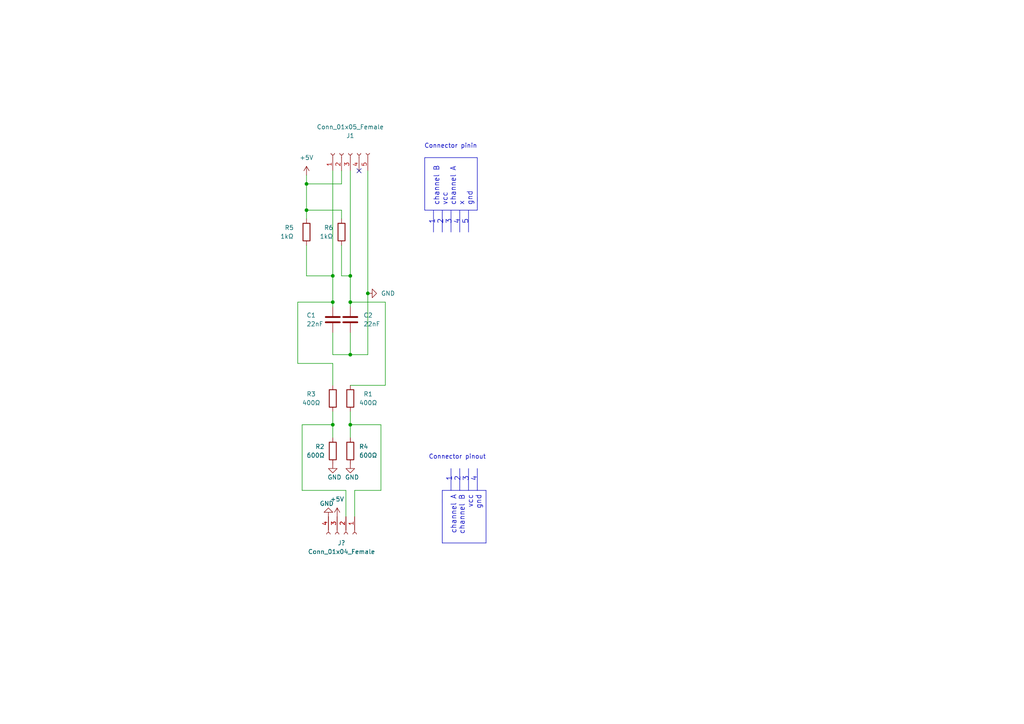
<source format=kicad_sch>
(kicad_sch (version 20211123) (generator eeschema)
  (paper "A4")
  (lib_symbols
    (symbol "Connector:Conn_01x04_Female" (pin_names (offset 1.016) hide)
      (property "Reference" "J" (at 0 5.08 0))
      (property "Value" "Conn_01x04_Female" (at 0 -7.62 0))
      (symbol "Conn_01x04_Female_1_1"
        (arc (start 0 -4.572) (mid -0.508 -5.08) (end 0 -5.588) (stroke (width 0.1524)))
        (arc (start 0 -2.032) (mid -0.508 -2.54) (end 0 -3.048) (stroke (width 0.1524)))
        (polyline (pts (xy -1.27 -5.08) (xy -0.508 -5.08)) (stroke (width 0.1524)))
        (polyline (pts (xy -1.27 -2.54) (xy -0.508 -2.54)) (stroke (width 0.1524)))
        (polyline (pts (xy -1.27 0) (xy -0.508 0)) (stroke (width 0.1524)))
        (polyline (pts (xy -1.27 2.54) (xy -0.508 2.54)) (stroke (width 0.1524)))
        (arc (start 0 0.508) (mid -0.508 0) (end 0 -0.508) (stroke (width 0.1524)))
        (arc (start 0 3.048) (mid -0.508 2.54) (end 0 2.032) (stroke (width 0.1524)))
        (pin passive line (at -5.08 2.54 0) (length 3.81) (name "Pin_1") (number "1"))
        (pin passive line (at -5.08 0 0) (length 3.81) (name "Pin_2") (number "2"))
        (pin passive line (at -5.08 -2.54 0) (length 3.81) (name "Pin_3") (number "3"))
        (pin passive line (at -5.08 -5.08 0) (length 3.81) (name "Pin_4") (number "4"))
      )
    )
    (symbol "Connector:Conn_01x05_Female" (pin_names (offset 1.016) hide)
      (property "Reference" "J?" (at -4.445 4.445 90))
      (property "Value" "Conn_01x05_Female" (at -0.635 6.985 90))
      (symbol "Conn_01x05_Female_1_1"
        (arc (start -5.08 -4.572) (mid -5.4699 -5.08) (end -5.08 -5.588) (stroke (width 0.1524)))
        (arc (start -5.08 -2.032) (mid -5.588 -2.54) (end -5.08 -3.048) (stroke (width 0.1524)))
        (arc (start -5.08 0.508) (mid -5.588 0) (end -5.08 -0.508) (stroke (width 0.1524)))
        (arc (start -5.08 3.048) (mid -5.588 2.54) (end -5.08 2.032) (stroke (width 0.1524)))
        (arc (start -5.08 5.588) (mid -5.588 5.08) (end -5.08 4.572) (stroke (width 0.1524)))
        (polyline (pts (xy -6.35 -5.08) (xy -5.588 -5.08)) (stroke (width 0.1524)))
        (polyline (pts (xy -6.35 -2.54) (xy -5.588 -2.54)) (stroke (width 0.1524)))
        (polyline (pts (xy -6.35 0) (xy -5.588 0)) (stroke (width 0.1524)))
        (polyline (pts (xy -6.35 2.54) (xy -5.588 2.54)) (stroke (width 0.1524)))
        (polyline (pts (xy -6.35 5.08) (xy -5.588 5.08)) (stroke (width 0.1524)))
        (pin passive line (at -10.16 5.08 0) (length 3.81) (name "Pin_1") (number "1"))
        (pin passive line (at -10.16 2.54 0) (length 3.81) (name "Pin_2") (number "2"))
        (pin passive line (at -10.16 0 0) (length 3.81) (name "Pin_3") (number "3"))
        (pin passive line (at -10.16 -2.54 0) (length 3.81) (name "Pin_4") (number "4"))
        (pin passive line (at -10.16 -5.08 0) (length 3.81) (name "Pin_5") (number "5"))
      )
    )
    (symbol "Device:C" (pin_numbers hide) (pin_names (offset 0.254))
      (property "Reference" "C" (at 0.635 2.54 0))
      (property "Value" "C" (at 0.635 -2.54 0))
      (symbol "C_0_1"
        (polyline (pts (xy -2.032 -0.762) (xy 2.032 -0.762)) (stroke (width 0.508)))
        (polyline (pts (xy -2.032 0.762) (xy 2.032 0.762)) (stroke (width 0.508)))
      )
      (symbol "C_1_1"
        (pin passive line (at 0 3.81 270) (length 2.794) (name "~") (number "1"))
        (pin passive line (at 0 -3.81 90) (length 2.794) (name "~") (number "2"))
      )
    )
    (symbol "Device:R" (pin_numbers hide) (pin_names (offset 0))
      (property "Reference" "R" (at 2.032 0 90))
      (property "Value" "R" (at 0 0 90))
      (symbol "R_0_1"
        (rectangle (start -1.016 -2.54) (end 1.016 2.54) (stroke (width 0.254)))
      )
      (symbol "R_1_1"
        (pin passive line (at 0 3.81 270) (length 1.27) (name "~") (number "1"))
        (pin passive line (at 0 -3.81 90) (length 1.27) (name "~") (number "2"))
      )
    )
    (symbol "power:+5V" (power) (pin_names (offset 0))
      (property "Value" "+5V" (at 0 3.556 0))
      (symbol "+5V_0_1"
        (polyline (pts (xy -0.762 1.27) (xy 0 2.54)))
        (polyline (pts (xy 0 0) (xy 0 2.54)))
        (polyline (pts (xy 0 2.54) (xy 0.762 1.27)))
      )
      (symbol "+5V_1_1"
        (pin power_in line (at 0 0 90) (length 0) hide (name "+5V") (number "1"))
      )
    )
    (symbol "power:GND" (power) (pin_names (offset 0))
      (property "Value" "GND" (at 0 -3.81 0))
      (symbol "GND_0_1"
        (polyline (pts (xy 0 0) (xy 0 -1.27) (xy 1.27 -1.27) (xy 0 -2.54) (xy -1.27 -1.27) (xy 0 -1.27)))
      )
      (symbol "GND_1_1"
        (pin power_in line (at 0 0 270) (length 0) hide (name "GND") (number "1"))
      )
    )
  )
  (junction (at 96.52 80.01))
  (junction (at 88.9 53.34))
  (junction (at 101.6 102.87))
  (junction (at 101.6 80.01))
  (junction (at 88.9 60.96))
  (junction (at 101.6 123.19))
  (junction (at 96.52 87.63))
  (junction (at 96.52 123.19))
  (junction (at 101.6 87.63))
  (junction (at 106.68 85.09))
  (no_connect (at 104.14 49.53))
  (wire (pts (xy 96.52 123.19) (xy 87.63 123.19)))
  (polyline (pts (xy 138.43 45.72) (xy 123.19 45.72)) (stroke (width 0) (type solid)))
  (polyline (pts (xy 133.35 142.24) (xy 133.35 135.89)) (stroke (width 0) (type solid)))
  (wire (pts (xy 106.68 85.09) (xy 106.68 102.87)))
  (wire (pts (xy 88.9 53.34) (xy 99.06 53.34)))
  (wire (pts (xy 88.9 80.01) (xy 96.52 80.01)))
  (wire (pts (xy 102.87 149.86) (xy 102.87 142.24)))
  (wire (pts (xy 101.6 119.38) (xy 101.6 123.19)))
  (wire (pts (xy 88.9 71.12) (xy 88.9 80.01)))
  (wire (pts (xy 96.52 87.63) (xy 96.52 88.9)))
  (wire (pts (xy 101.6 102.87) (xy 101.6 96.52)))
  (polyline (pts (xy 128.27 60.96) (xy 128.27 67.31)) (stroke (width 0) (type solid)))
  (polyline (pts (xy 125.73 60.96) (xy 125.73 67.31)) (stroke (width 0) (type solid)))
  (wire (pts (xy 102.87 142.24) (xy 110.49 142.24)))
  (wire (pts (xy 96.52 123.19) (xy 96.52 127)))
  (wire (pts (xy 88.9 53.34) (xy 88.9 60.96)))
  (polyline (pts (xy 130.81 60.96) (xy 130.81 67.31)) (stroke (width 0) (type solid)))
  (polyline (pts (xy 135.89 142.24) (xy 135.89 135.89)) (stroke (width 0) (type solid)))
  (polyline (pts (xy 123.19 45.72) (xy 123.19 60.96)) (stroke (width 0) (type solid)))
  (wire (pts (xy 86.36 105.41) (xy 86.36 87.63)))
  (wire (pts (xy 96.52 96.52) (xy 96.52 102.87)))
  (wire (pts (xy 87.63 142.24) (xy 100.33 142.24)))
  (wire (pts (xy 101.6 80.01) (xy 101.6 87.63)))
  (polyline (pts (xy 138.43 58.42) (xy 138.43 45.72)) (stroke (width 0) (type solid)))
  (wire (pts (xy 87.63 123.19) (xy 87.63 142.24)))
  (polyline (pts (xy 130.81 142.24) (xy 130.81 135.89)) (stroke (width 0) (type solid)))
  (wire (pts (xy 96.52 80.01) (xy 96.52 87.63)))
  (wire (pts (xy 99.06 71.12) (xy 99.06 80.01)))
  (wire (pts (xy 101.6 111.76) (xy 111.76 111.76)))
  (wire (pts (xy 99.06 53.34) (xy 99.06 49.53)))
  (wire (pts (xy 106.68 102.87) (xy 101.6 102.87)))
  (wire (pts (xy 99.06 80.01) (xy 101.6 80.01)))
  (polyline (pts (xy 128.27 146.05) (xy 128.27 142.24)) (stroke (width 0) (type solid)))
  (polyline (pts (xy 140.97 142.24) (xy 128.27 142.24)) (stroke (width 0) (type solid)))
  (wire (pts (xy 100.33 142.24) (xy 100.33 149.86)))
  (polyline (pts (xy 133.35 60.96) (xy 133.35 67.31)) (stroke (width 0) (type solid)))
  (wire (pts (xy 99.06 63.5) (xy 99.06 60.96)))
  (wire (pts (xy 101.6 123.19) (xy 101.6 127)))
  (polyline (pts (xy 140.97 157.48) (xy 140.97 142.24)) (stroke (width 0) (type solid)))
  (polyline (pts (xy 138.43 142.24) (xy 138.43 135.89)) (stroke (width 0) (type solid)))
  (wire (pts (xy 111.76 111.76) (xy 111.76 87.63)))
  (wire (pts (xy 99.06 60.96) (xy 88.9 60.96)))
  (wire (pts (xy 96.52 102.87) (xy 101.6 102.87)))
  (polyline (pts (xy 128.27 157.48) (xy 140.97 157.48)) (stroke (width 0) (type solid)))
  (wire (pts (xy 96.52 49.53) (xy 96.52 80.01)))
  (wire (pts (xy 88.9 50.8) (xy 88.9 53.34)))
  (polyline (pts (xy 128.27 144.78) (xy 128.27 157.48)) (stroke (width 0) (type solid)))
  (polyline (pts (xy 135.89 60.96) (xy 135.89 67.31)) (stroke (width 0) (type solid)))
  (wire (pts (xy 96.52 105.41) (xy 86.36 105.41)))
  (wire (pts (xy 101.6 49.53) (xy 101.6 80.01)))
  (wire (pts (xy 96.52 111.76) (xy 96.52 105.41)))
  (polyline (pts (xy 123.19 60.96) (xy 138.43 60.96)) (stroke (width 0) (type solid)))
  (polyline (pts (xy 138.43 57.15) (xy 138.43 60.96)) (stroke (width 0) (type solid)))
  (wire (pts (xy 106.68 49.53) (xy 106.68 85.09)))
  (wire (pts (xy 96.52 119.38) (xy 96.52 123.19)))
  (wire (pts (xy 86.36 87.63) (xy 96.52 87.63)))
  (wire (pts (xy 101.6 123.19) (xy 110.49 123.19)))
  (wire (pts (xy 101.6 87.63) (xy 101.6 88.9)))
  (wire (pts (xy 111.76 87.63) (xy 101.6 87.63)))
  (wire (pts (xy 88.9 60.96) (xy 88.9 63.5)))
  (wire (pts (xy 110.49 123.19) (xy 110.49 142.24)))
  (text "channel A\nchannel B\nvcc\ngnd" (at 139.7 143.51 270) (effects (font (size 1.5 1.5)) (justify right bottom)))
  (text "1\n2\n3\n4\n5" (at 135.89 63.5 270) (effects (font (size 1.5 1.5)) (justify right bottom)))
  (text "1\n2\n3\n4" (at 138.43 139.7 90) (effects (font (size 1.5 1.5)) (justify left bottom)))
  (text "channel B\nvcc\nchannel A\nx\ngnd" (at 137.16 59.69 90) (effects (font (size 1.5 1.5)) (justify left bottom)))
  (text "Connector pinout" (at 140.97 133.35 180) (effects (font (size 1.27 1.27)) (justify right bottom)))
  (text "Connector pinin" (at 138.43 43.18 180) (effects (font (size 1.27 1.27)) (justify right bottom)))
  (symbol (lib_id "power:GND") (at 96.52 134.62 0) (unit 1)
    (property "Reference" "#PWR?" (effects hide))
    (property "Value" "GND" (at 99.06 138.43 0) (effects (justify right)))
  )
  (symbol (lib_id "power:GND") (at 95.25 149.86 180) (unit 1)
    (property "Reference" "#PWR?" (effects hide))
    (property "Value" "GND" (at 92.71 146.05 0) (effects (justify right)))
  )
  (symbol (lib_id "Device:C") (at 96.52 92.71 180) (unit 1)
    (property "Reference" "C1" (at 88.9 91.44 0) (effects (justify right)))
    (property "Value" "22nF" (at 88.9 93.98 0) (effects (justify right)))
  )
  (symbol (lib_id "Device:R") (at 99.06 67.31 180) (unit 1)
    (property "Reference" "R6" (at 93.98 66.04 0) (effects (justify right)))
    (property "Value" "1kΩ" (at 92.71 68.58 0) (effects (justify right)))
  )
  (symbol (lib_id "Device:R") (at 96.52 130.81 180) (unit 1)
    (property "Reference" "R2" (at 91.44 129.54 0) (effects (justify right)))
    (property "Value" "600Ω" (at 88.9 132.08 0) (effects (justify right)))
  )
  (symbol (lib_id "power:+5V") (at 88.9 50.8 0) (unit 1)
    (property "Reference" "#PWR01" (effects hide))
    (property "Value" "+5V" (at 88.9 45.72 0))
  )
  (symbol (lib_id "Connector:Conn_01x05_Female") (at 101.6 39.37 90) (unit 1)
    (property "Reference" "J1" (at 101.6 39.37 90))
    (property "Value" "Conn_01x05_Female" (at 101.6 36.83 90))
  )
  (symbol (lib_id "Connector:Conn_01x04_Female") (at 100.33 154.94 270) (unit 1)
    (property "Reference" "J?" (at 99.06 157.48 90))
    (property "Value" "Conn_01x04_Female" (at 99.06 160.02 90))
  )
  (symbol (lib_id "Device:R") (at 96.52 115.57 180) (unit 1)
    (property "Reference" "R3" (at 88.9 114.3 0) (effects (justify right)))
    (property "Value" "400Ω" (at 87.63 116.84 0) (effects (justify right)))
  )
  (symbol (lib_id "power:GND") (at 106.68 85.09 90) (unit 1)
    (property "Reference" "#PWR?" (effects hide))
    (property "Value" "GND" (at 110.49 85.0899 90) (effects (justify right)))
  )
  (symbol (lib_id "Device:R") (at 88.9 67.31 180) (unit 1)
    (property "Reference" "R5" (at 82.55 66.04 0) (effects (justify right)))
    (property "Value" "1kΩ" (at 81.28 68.58 0) (effects (justify right)))
  )
  (symbol (lib_id "Device:R") (at 101.6 130.81 180) (unit 1)
    (property "Reference" "R4" (at 104.14 129.5399 0) (effects (justify right)))
    (property "Value" "600Ω" (at 104.14 132.0799 0) (effects (justify right)))
  )
  (symbol (lib_id "power:GND") (at 101.6 134.62 0) (unit 1)
    (property "Reference" "#PWR?" (effects hide))
    (property "Value" "GND" (at 104.14 138.43 0) (effects (justify right)))
  )
  (symbol (lib_id "Device:R") (at 101.6 115.57 180) (unit 1)
    (property "Reference" "R1" (at 105.41 114.3 0) (effects (justify right)))
    (property "Value" "400Ω" (at 104.14 116.84 0) (effects (justify right)))
  )
  (symbol (lib_id "Device:C") (at 101.6 92.71 180) (unit 1)
    (property "Reference" "C2" (at 105.41 91.44 0) (effects (justify right)))
    (property "Value" "22nF" (at 105.41 93.98 0) (effects (justify right)))
  )
  (symbol (lib_id "power:+5V") (at 97.79 149.86 0) (unit 1)
    (property "Reference" "#PWR?" (effects hide))
    (property "Value" "+5V" (at 97.79 144.78 0))
  )
)
</source>
